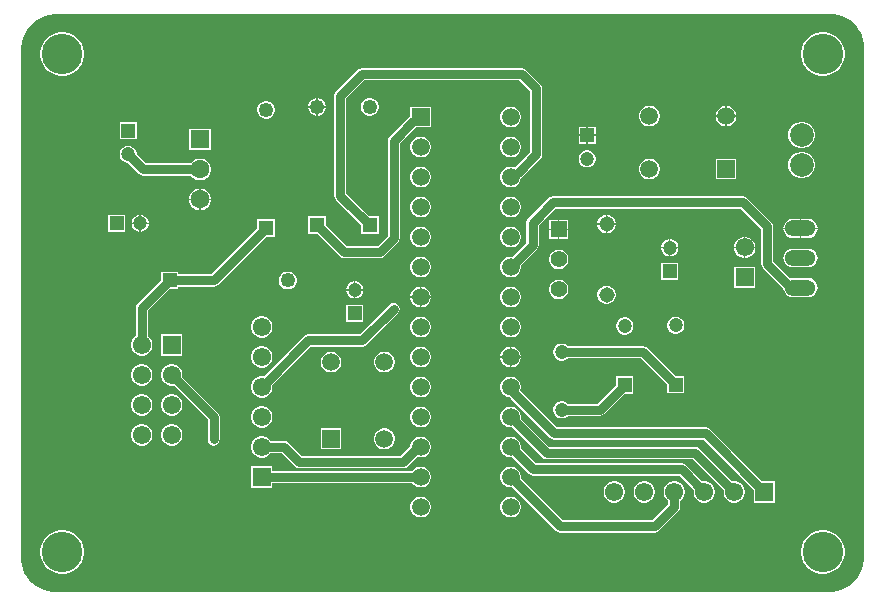
<source format=gtl>
G04*
G04 #@! TF.GenerationSoftware,Altium Limited,Altium Designer,23.1.1 (15)*
G04*
G04 Layer_Physical_Order=1*
G04 Layer_Color=255*
%FSLAX25Y25*%
%MOIN*%
G70*
G04*
G04 #@! TF.SameCoordinates,7FBAD907-ECE7-4216-98B3-75AA29109797*
G04*
G04*
G04 #@! TF.FilePolarity,Positive*
G04*
G01*
G75*
%ADD21C,0.04724*%
%ADD22R,0.04724X0.04724*%
%ADD23C,0.07874*%
%ADD31C,0.04921*%
%ADD32R,0.04921X0.04921*%
%ADD35R,0.04724X0.04724*%
%ADD36R,0.04921X0.04921*%
%ADD41C,0.03000*%
%ADD42R,0.05906X0.05906*%
%ADD43C,0.05906*%
%ADD44O,0.10400X0.05200*%
%ADD45R,0.06102X0.06102*%
%ADD46C,0.06102*%
%ADD47C,0.13500*%
%ADD48R,0.05512X0.05512*%
%ADD49C,0.05512*%
%ADD50C,0.06299*%
%ADD51R,0.06299X0.06299*%
%ADD52R,0.06102X0.06102*%
%ADD53R,0.05906X0.05906*%
%ADD54C,0.05150*%
%ADD55C,0.02362*%
G36*
X271701Y193697D02*
X273091Y193514D01*
X274446Y193151D01*
X275741Y192615D01*
X276956Y191913D01*
X278068Y191060D01*
X279060Y190068D01*
X279913Y188956D01*
X280615Y187741D01*
X281151Y186446D01*
X281514Y185091D01*
X281697Y183701D01*
X281697Y183000D01*
Y183000D01*
D01*
X281697Y12500D01*
X281697Y11766D01*
X281506Y10311D01*
X281126Y8893D01*
X280564Y7537D01*
X279830Y6266D01*
X278937Y5101D01*
X277899Y4063D01*
X276734Y3170D01*
X275463Y2436D01*
X274107Y1874D01*
X272689Y1494D01*
X271234Y1303D01*
X270500Y1303D01*
D01*
X270500D01*
X12000D01*
D01*
X12000D01*
X11266Y1303D01*
X9811Y1494D01*
X8393Y1874D01*
X7037Y2436D01*
X5766Y3170D01*
X4601Y4063D01*
X3563Y5101D01*
X2670Y6266D01*
X1936Y7537D01*
X1374Y8893D01*
X994Y10311D01*
X803Y11766D01*
X803Y12500D01*
Y12500D01*
D01*
Y182000D01*
Y182767D01*
X1003Y184287D01*
X1400Y185768D01*
X1987Y187185D01*
X2753Y188513D01*
X3687Y189729D01*
X4771Y190813D01*
X5987Y191747D01*
X7315Y192513D01*
X8732Y193100D01*
X10213Y193497D01*
X11733Y193697D01*
X271000D01*
X271701Y193697D01*
D02*
G37*
%LPC*%
G36*
X268717Y187784D02*
X267283D01*
X265875Y187504D01*
X264550Y186955D01*
X263357Y186158D01*
X262342Y185143D01*
X261545Y183950D01*
X260996Y182625D01*
X260716Y181217D01*
Y179783D01*
X260996Y178375D01*
X261545Y177050D01*
X262342Y175857D01*
X263357Y174842D01*
X264550Y174045D01*
X265875Y173496D01*
X267283Y173216D01*
X268717D01*
X270125Y173496D01*
X271450Y174045D01*
X272643Y174842D01*
X273658Y175857D01*
X274455Y177050D01*
X275004Y178375D01*
X275284Y179783D01*
Y181217D01*
X275004Y182625D01*
X274455Y183950D01*
X273658Y185143D01*
X272643Y186158D01*
X271450Y186955D01*
X270125Y187504D01*
X268717Y187784D01*
D02*
G37*
G36*
X15217D02*
X13783D01*
X12375Y187504D01*
X11050Y186955D01*
X9857Y186158D01*
X8842Y185143D01*
X8045Y183950D01*
X7496Y182625D01*
X7216Y181217D01*
Y179783D01*
X7496Y178375D01*
X8045Y177050D01*
X8842Y175857D01*
X9857Y174842D01*
X11050Y174045D01*
X12375Y173496D01*
X13783Y173216D01*
X15217D01*
X16625Y173496D01*
X17950Y174045D01*
X19143Y174842D01*
X20158Y175857D01*
X20955Y177050D01*
X21504Y178375D01*
X21784Y179783D01*
Y181217D01*
X21504Y182625D01*
X20955Y183950D01*
X20158Y185143D01*
X19143Y186158D01*
X17950Y186955D01*
X16625Y187504D01*
X15217Y187784D01*
D02*
G37*
G36*
X99890Y165831D02*
X99750D01*
Y163120D01*
X102461D01*
Y163260D01*
X102259Y164013D01*
X101869Y164688D01*
X101318Y165239D01*
X100643Y165629D01*
X99890Y165831D01*
D02*
G37*
G36*
X99250D02*
X99110D01*
X98357Y165629D01*
X97682Y165239D01*
X97131Y164688D01*
X96741Y164013D01*
X96539Y163260D01*
Y163120D01*
X99250D01*
Y165831D01*
D02*
G37*
G36*
X236250Y163311D02*
X236045D01*
Y160108D01*
X239248D01*
Y160313D01*
X239013Y161191D01*
X238558Y161978D01*
X237915Y162621D01*
X237128Y163076D01*
X236250Y163311D01*
D02*
G37*
G36*
X235545D02*
X235341D01*
X234463Y163076D01*
X233675Y162621D01*
X233032Y161978D01*
X232578Y161191D01*
X232343Y160313D01*
Y160108D01*
X235545D01*
Y163311D01*
D02*
G37*
G36*
X117390Y165831D02*
X116610D01*
X115857Y165629D01*
X115182Y165239D01*
X114631Y164688D01*
X114241Y164013D01*
X114039Y163260D01*
Y162480D01*
X114241Y161727D01*
X114631Y161052D01*
X115182Y160501D01*
X115857Y160111D01*
X116610Y159909D01*
X117390D01*
X118143Y160111D01*
X118818Y160501D01*
X119369Y161052D01*
X119759Y161727D01*
X119961Y162480D01*
Y163260D01*
X119759Y164013D01*
X119369Y164688D01*
X118818Y165239D01*
X118143Y165629D01*
X117390Y165831D01*
D02*
G37*
G36*
X102461Y162620D02*
X99750D01*
Y159909D01*
X99890D01*
X100643Y160111D01*
X101318Y160501D01*
X101869Y161052D01*
X102259Y161727D01*
X102461Y162480D01*
Y162620D01*
D02*
G37*
G36*
X99250D02*
X96539D01*
Y162480D01*
X96741Y161727D01*
X97131Y161052D01*
X97682Y160501D01*
X98357Y160111D01*
X99110Y159909D01*
X99250D01*
Y162620D01*
D02*
G37*
G36*
X82890Y164831D02*
X82110D01*
X81357Y164629D01*
X80682Y164239D01*
X80131Y163688D01*
X79741Y163013D01*
X79539Y162260D01*
Y161480D01*
X79741Y160727D01*
X80131Y160052D01*
X80682Y159501D01*
X81357Y159111D01*
X82110Y158909D01*
X82890D01*
X83643Y159111D01*
X84318Y159501D01*
X84869Y160052D01*
X85259Y160727D01*
X85461Y161480D01*
Y162260D01*
X85259Y163013D01*
X84869Y163688D01*
X84318Y164239D01*
X83643Y164629D01*
X82890Y164831D01*
D02*
G37*
G36*
X239248Y159608D02*
X236045D01*
Y156405D01*
X236250D01*
X237128Y156641D01*
X237915Y157095D01*
X238558Y157738D01*
X239013Y158526D01*
X239248Y159404D01*
Y159608D01*
D02*
G37*
G36*
X235545D02*
X232343D01*
Y159404D01*
X232578Y158526D01*
X233032Y157738D01*
X233675Y157095D01*
X234463Y156641D01*
X235341Y156405D01*
X235545D01*
Y159608D01*
D02*
G37*
G36*
X210659Y163311D02*
X209750D01*
X208872Y163076D01*
X208085Y162621D01*
X207442Y161978D01*
X206987Y161191D01*
X206752Y160313D01*
Y159404D01*
X206987Y158526D01*
X207442Y157738D01*
X208085Y157095D01*
X208872Y156641D01*
X209750Y156405D01*
X210659D01*
X211537Y156641D01*
X212325Y157095D01*
X212968Y157738D01*
X213422Y158526D01*
X213657Y159404D01*
Y160313D01*
X213422Y161191D01*
X212968Y161978D01*
X212325Y162621D01*
X211537Y163076D01*
X210659Y163311D01*
D02*
G37*
G36*
X164455Y162953D02*
X163545D01*
X162667Y162717D01*
X161880Y162263D01*
X161237Y161620D01*
X160783Y160833D01*
X160547Y159955D01*
Y159045D01*
X160783Y158167D01*
X161237Y157380D01*
X161880Y156737D01*
X162667Y156282D01*
X163545Y156047D01*
X164455D01*
X165333Y156282D01*
X166120Y156737D01*
X166763Y157380D01*
X167218Y158167D01*
X167453Y159045D01*
Y159955D01*
X167218Y160833D01*
X166763Y161620D01*
X166120Y162263D01*
X165333Y162717D01*
X164455Y162953D01*
D02*
G37*
G36*
X192362Y156299D02*
X189750D01*
Y153687D01*
X192362D01*
Y156299D01*
D02*
G37*
G36*
X189250D02*
X186638D01*
Y153687D01*
X189250D01*
Y156299D01*
D02*
G37*
G36*
X39362Y157736D02*
X33638D01*
Y152012D01*
X39362D01*
Y157736D01*
D02*
G37*
G36*
X192362Y153187D02*
X189750D01*
Y150575D01*
X192362D01*
Y153187D01*
D02*
G37*
G36*
X189250D02*
X186638D01*
Y150575D01*
X189250D01*
Y153187D01*
D02*
G37*
G36*
X261584Y157937D02*
X260416D01*
X259287Y157635D01*
X258276Y157051D01*
X257450Y156224D01*
X256865Y155213D01*
X256563Y154084D01*
Y152916D01*
X256865Y151787D01*
X257450Y150776D01*
X258276Y149950D01*
X259287Y149365D01*
X260416Y149063D01*
X261584D01*
X262713Y149365D01*
X263724Y149950D01*
X264550Y150776D01*
X265135Y151787D01*
X265437Y152916D01*
Y154084D01*
X265135Y155213D01*
X264550Y156224D01*
X263724Y157051D01*
X262713Y157635D01*
X261584Y157937D01*
D02*
G37*
G36*
X64150Y155650D02*
X56850D01*
Y148350D01*
X64150D01*
Y155650D01*
D02*
G37*
G36*
X164455Y152953D02*
X163545D01*
X162667Y152717D01*
X161880Y152263D01*
X161237Y151620D01*
X160783Y150833D01*
X160547Y149955D01*
Y149045D01*
X160783Y148167D01*
X161237Y147380D01*
X161880Y146737D01*
X162667Y146282D01*
X163545Y146047D01*
X164455D01*
X165333Y146282D01*
X166120Y146737D01*
X166763Y147380D01*
X167218Y148167D01*
X167453Y149045D01*
Y149955D01*
X167218Y150833D01*
X166763Y151620D01*
X166120Y152263D01*
X165333Y152717D01*
X164455Y152953D01*
D02*
G37*
G36*
X134455D02*
X133545D01*
X132667Y152717D01*
X131880Y152263D01*
X131237Y151620D01*
X130782Y150833D01*
X130547Y149955D01*
Y149045D01*
X130782Y148167D01*
X131237Y147380D01*
X131880Y146737D01*
X132667Y146282D01*
X133545Y146047D01*
X134455D01*
X135333Y146282D01*
X136120Y146737D01*
X136763Y147380D01*
X137217Y148167D01*
X137453Y149045D01*
Y149955D01*
X137217Y150833D01*
X136763Y151620D01*
X136120Y152263D01*
X135333Y152717D01*
X134455Y152953D01*
D02*
G37*
G36*
X167743Y175796D02*
X114350D01*
X113570Y175641D01*
X112908Y175199D01*
X105768Y168059D01*
X105326Y167397D01*
X105171Y166617D01*
Y133290D01*
X105326Y132510D01*
X105768Y131848D01*
X114039Y123577D01*
Y120539D01*
X119961D01*
Y126461D01*
X116923D01*
X109249Y134134D01*
Y165772D01*
X115195Y171718D01*
X166898D01*
X170461Y168155D01*
Y147845D01*
X165441Y142825D01*
X165295Y142727D01*
X164455Y142953D01*
X163545D01*
X162667Y142718D01*
X161880Y142263D01*
X161237Y141620D01*
X160783Y140833D01*
X160547Y139955D01*
Y139045D01*
X160783Y138167D01*
X161237Y137380D01*
X161880Y136737D01*
X162667Y136283D01*
X163545Y136047D01*
X164455D01*
X165333Y136283D01*
X166120Y136737D01*
X166763Y137380D01*
X167218Y138167D01*
X167453Y139045D01*
Y139216D01*
X167895Y139511D01*
X173942Y145558D01*
X174384Y146220D01*
X174539Y147000D01*
Y169000D01*
X174384Y169780D01*
X173942Y170442D01*
X169185Y175199D01*
X168523Y175641D01*
X167743Y175796D01*
D02*
G37*
G36*
X189877Y148425D02*
X189123D01*
X188395Y148230D01*
X187743Y147853D01*
X187210Y147320D01*
X186833Y146668D01*
X186638Y145940D01*
Y145186D01*
X186833Y144458D01*
X187210Y143806D01*
X187743Y143273D01*
X188395Y142896D01*
X189123Y142701D01*
X189877D01*
X190605Y142896D01*
X191257Y143273D01*
X191790Y143806D01*
X192167Y144458D01*
X192362Y145186D01*
Y145940D01*
X192167Y146668D01*
X191790Y147320D01*
X191257Y147853D01*
X190605Y148230D01*
X189877Y148425D01*
D02*
G37*
G36*
X261584Y147937D02*
X260416D01*
X259287Y147635D01*
X258276Y147050D01*
X257450Y146224D01*
X256865Y145213D01*
X256563Y144084D01*
Y142916D01*
X256865Y141787D01*
X257450Y140776D01*
X258276Y139950D01*
X259287Y139365D01*
X260416Y139063D01*
X261584D01*
X262713Y139365D01*
X263724Y139950D01*
X264550Y140776D01*
X265135Y141787D01*
X265437Y142916D01*
Y144084D01*
X265135Y145213D01*
X264550Y146224D01*
X263724Y147050D01*
X262713Y147635D01*
X261584Y147937D01*
D02*
G37*
G36*
X239248Y145595D02*
X232343D01*
Y138689D01*
X239248D01*
Y145595D01*
D02*
G37*
G36*
X210659D02*
X209750D01*
X208872Y145359D01*
X208085Y144905D01*
X207442Y144262D01*
X206987Y143474D01*
X206752Y142596D01*
Y141687D01*
X206987Y140809D01*
X207442Y140022D01*
X208085Y139379D01*
X208872Y138924D01*
X209750Y138689D01*
X210659D01*
X211537Y138924D01*
X212325Y139379D01*
X212968Y140022D01*
X213422Y140809D01*
X213657Y141687D01*
Y142596D01*
X213422Y143474D01*
X212968Y144262D01*
X212325Y144905D01*
X211537Y145359D01*
X210659Y145595D01*
D02*
G37*
G36*
X36877Y149862D02*
X36123D01*
X35395Y149667D01*
X34743Y149290D01*
X34210Y148757D01*
X33833Y148105D01*
X33638Y147377D01*
Y146623D01*
X33833Y145895D01*
X34210Y145243D01*
X34743Y144710D01*
X35395Y144333D01*
X36123Y144138D01*
X36478D01*
X40058Y140558D01*
X40720Y140116D01*
X41500Y139961D01*
X57463D01*
X57580Y139759D01*
X58259Y139080D01*
X59091Y138599D01*
X60019Y138350D01*
X60980D01*
X61909Y138599D01*
X62741Y139080D01*
X63420Y139759D01*
X63901Y140591D01*
X64150Y141519D01*
Y142481D01*
X63901Y143409D01*
X63420Y144241D01*
X62741Y144920D01*
X61909Y145401D01*
X60980Y145650D01*
X60019D01*
X59091Y145401D01*
X58259Y144920D01*
X57580Y144241D01*
X57463Y144039D01*
X42345D01*
X39362Y147022D01*
Y147377D01*
X39167Y148105D01*
X38790Y148757D01*
X38257Y149290D01*
X37605Y149667D01*
X36877Y149862D01*
D02*
G37*
G36*
X134455Y142953D02*
X133545D01*
X132667Y142718D01*
X131880Y142263D01*
X131237Y141620D01*
X130782Y140833D01*
X130547Y139955D01*
Y139045D01*
X130782Y138167D01*
X131237Y137380D01*
X131880Y136737D01*
X132667Y136283D01*
X133545Y136047D01*
X134455D01*
X135333Y136283D01*
X136120Y136737D01*
X136763Y137380D01*
X137217Y138167D01*
X137453Y139045D01*
Y139955D01*
X137217Y140833D01*
X136763Y141620D01*
X136120Y142263D01*
X135333Y142718D01*
X134455Y142953D01*
D02*
G37*
G36*
X60980Y135650D02*
X60750D01*
Y132250D01*
X64150D01*
Y132481D01*
X63901Y133409D01*
X63420Y134241D01*
X62741Y134920D01*
X61909Y135401D01*
X60980Y135650D01*
D02*
G37*
G36*
X60250D02*
X60019D01*
X59091Y135401D01*
X58259Y134920D01*
X57580Y134241D01*
X57099Y133409D01*
X56850Y132481D01*
Y132250D01*
X60250D01*
Y135650D01*
D02*
G37*
G36*
X64150Y131750D02*
X60750D01*
Y128350D01*
X60980D01*
X61909Y128599D01*
X62741Y129080D01*
X63420Y129759D01*
X63901Y130591D01*
X64150Y131519D01*
Y131750D01*
D02*
G37*
G36*
X60250D02*
X56850D01*
Y131519D01*
X57099Y130591D01*
X57580Y129759D01*
X58259Y129080D01*
X59091Y128599D01*
X60019Y128350D01*
X60250D01*
Y131750D01*
D02*
G37*
G36*
X164455Y132953D02*
X163545D01*
X162667Y132718D01*
X161880Y132263D01*
X161237Y131620D01*
X160783Y130833D01*
X160547Y129955D01*
Y129045D01*
X160783Y128167D01*
X161237Y127380D01*
X161880Y126737D01*
X162667Y126283D01*
X163545Y126047D01*
X164455D01*
X165333Y126283D01*
X166120Y126737D01*
X166763Y127380D01*
X167218Y128167D01*
X167453Y129045D01*
Y129955D01*
X167218Y130833D01*
X166763Y131620D01*
X166120Y132263D01*
X165333Y132718D01*
X164455Y132953D01*
D02*
G37*
G36*
X134455D02*
X133545D01*
X132667Y132718D01*
X131880Y132263D01*
X131237Y131620D01*
X130782Y130833D01*
X130547Y129955D01*
Y129045D01*
X130782Y128167D01*
X131237Y127380D01*
X131880Y126737D01*
X132667Y126283D01*
X133545Y126047D01*
X134455D01*
X135333Y126283D01*
X136120Y126737D01*
X136763Y127380D01*
X137217Y128167D01*
X137453Y129045D01*
Y129955D01*
X137217Y130833D01*
X136763Y131620D01*
X136120Y132263D01*
X135333Y132718D01*
X134455Y132953D01*
D02*
G37*
G36*
X40877Y126862D02*
X40750D01*
Y124250D01*
X43362D01*
Y124377D01*
X43167Y125105D01*
X42790Y125757D01*
X42257Y126290D01*
X41605Y126667D01*
X40877Y126862D01*
D02*
G37*
G36*
X40250D02*
X40123D01*
X39395Y126667D01*
X38743Y126290D01*
X38210Y125757D01*
X37833Y125105D01*
X37638Y124377D01*
Y124250D01*
X40250D01*
Y126862D01*
D02*
G37*
G36*
X196405Y126886D02*
X196250D01*
Y124061D01*
X199075D01*
Y124216D01*
X198865Y124998D01*
X198460Y125699D01*
X197888Y126271D01*
X197187Y126676D01*
X196405Y126886D01*
D02*
G37*
G36*
X195750D02*
X195595D01*
X194813Y126676D01*
X194112Y126271D01*
X193540Y125699D01*
X193135Y124998D01*
X192925Y124216D01*
Y124061D01*
X195750D01*
Y126886D01*
D02*
G37*
G36*
X263205Y125465D02*
X260855D01*
Y122588D01*
X266299D01*
X266225Y123147D01*
X265913Y123901D01*
X265416Y124549D01*
X264768Y125046D01*
X264014Y125358D01*
X263205Y125465D01*
D02*
G37*
G36*
X260355D02*
X258005D01*
X257195Y125358D01*
X256441Y125046D01*
X255794Y124549D01*
X255297Y123901D01*
X254984Y123147D01*
X254911Y122588D01*
X260355D01*
Y125465D01*
D02*
G37*
G36*
X183256Y125256D02*
X180250D01*
Y122250D01*
X183256D01*
Y125256D01*
D02*
G37*
G36*
X179750D02*
X176744D01*
Y122250D01*
X179750D01*
Y125256D01*
D02*
G37*
G36*
X43362Y123750D02*
X40750D01*
Y121138D01*
X40877D01*
X41605Y121333D01*
X42257Y121710D01*
X42790Y122243D01*
X43167Y122895D01*
X43362Y123623D01*
Y123750D01*
D02*
G37*
G36*
X40250D02*
X37638D01*
Y123623D01*
X37833Y122895D01*
X38210Y122243D01*
X38743Y121710D01*
X39395Y121333D01*
X40123Y121138D01*
X40250D01*
Y123750D01*
D02*
G37*
G36*
X35488Y126862D02*
X29764D01*
Y121138D01*
X35488D01*
Y126862D01*
D02*
G37*
G36*
X199075Y123561D02*
X196250D01*
Y120736D01*
X196405D01*
X197187Y120946D01*
X197888Y121351D01*
X198460Y121923D01*
X198865Y122624D01*
X199075Y123406D01*
Y123561D01*
D02*
G37*
G36*
X195750D02*
X192925D01*
Y123406D01*
X193135Y122624D01*
X193540Y121923D01*
X194112Y121351D01*
X194813Y120946D01*
X195595Y120736D01*
X195750D01*
Y123561D01*
D02*
G37*
G36*
X266299Y122088D02*
X260855D01*
Y119211D01*
X263205D01*
X264014Y119318D01*
X264768Y119630D01*
X265416Y120127D01*
X265913Y120774D01*
X266225Y121529D01*
X266299Y122088D01*
D02*
G37*
G36*
X260355D02*
X254911D01*
X254984Y121529D01*
X255297Y120774D01*
X255794Y120127D01*
X256441Y119630D01*
X257195Y119318D01*
X258005Y119211D01*
X260355D01*
Y122088D01*
D02*
G37*
G36*
X183256Y121750D02*
X180250D01*
Y118744D01*
X183256D01*
Y121750D01*
D02*
G37*
G36*
X179750D02*
X176744D01*
Y118744D01*
X179750D01*
Y121750D01*
D02*
G37*
G36*
X137453Y162953D02*
X130547D01*
Y159784D01*
X130105Y159489D01*
X130105Y159489D01*
X123558Y152942D01*
X123116Y152280D01*
X122961Y151500D01*
Y119845D01*
X119655Y116539D01*
X109345D01*
X102461Y123423D01*
Y126461D01*
X96539D01*
Y120539D01*
X99577D01*
X107058Y113058D01*
X107720Y112616D01*
X108500Y112461D01*
X120500D01*
X121280Y112616D01*
X121942Y113058D01*
X126442Y117558D01*
X126884Y118220D01*
X127039Y119000D01*
Y150655D01*
X132392Y156008D01*
X132547D01*
X132744Y156047D01*
X137453D01*
Y162953D01*
D02*
G37*
G36*
X242467Y119551D02*
X242250D01*
Y116250D01*
X245551D01*
Y116467D01*
X245309Y117371D01*
X244842Y118181D01*
X244180Y118842D01*
X243371Y119309D01*
X242467Y119551D01*
D02*
G37*
G36*
X241750D02*
X241532D01*
X240629Y119309D01*
X239820Y118842D01*
X239158Y118181D01*
X238691Y117371D01*
X238449Y116467D01*
Y116250D01*
X241750D01*
Y119551D01*
D02*
G37*
G36*
X217377Y118799D02*
X217250D01*
Y116187D01*
X219862D01*
Y116314D01*
X219667Y117042D01*
X219290Y117694D01*
X218757Y118227D01*
X218105Y118604D01*
X217377Y118799D01*
D02*
G37*
G36*
X216750D02*
X216623D01*
X215895Y118604D01*
X215243Y118227D01*
X214710Y117694D01*
X214333Y117042D01*
X214138Y116314D01*
Y116187D01*
X216750D01*
Y118799D01*
D02*
G37*
G36*
X164455Y122953D02*
X163545D01*
X162667Y122717D01*
X161880Y122263D01*
X161237Y121620D01*
X160783Y120833D01*
X160547Y119955D01*
Y119045D01*
X160783Y118167D01*
X161237Y117380D01*
X161880Y116737D01*
X162667Y116282D01*
X163545Y116047D01*
X164455D01*
X165333Y116282D01*
X166120Y116737D01*
X166763Y117380D01*
X167218Y118167D01*
X167453Y119045D01*
Y119955D01*
X167218Y120833D01*
X166763Y121620D01*
X166120Y122263D01*
X165333Y122717D01*
X164455Y122953D01*
D02*
G37*
G36*
X134455D02*
X133545D01*
X132667Y122717D01*
X131880Y122263D01*
X131237Y121620D01*
X130782Y120833D01*
X130547Y119955D01*
Y119045D01*
X130782Y118167D01*
X131237Y117380D01*
X131880Y116737D01*
X132667Y116282D01*
X133545Y116047D01*
X134455D01*
X135333Y116282D01*
X136120Y116737D01*
X136763Y117380D01*
X137217Y118167D01*
X137453Y119045D01*
Y119955D01*
X137217Y120833D01*
X136763Y121620D01*
X136120Y122263D01*
X135333Y122717D01*
X134455Y122953D01*
D02*
G37*
G36*
X219862Y115687D02*
X217250D01*
Y113075D01*
X217377D01*
X218105Y113270D01*
X218757Y113647D01*
X219290Y114180D01*
X219667Y114832D01*
X219862Y115560D01*
Y115687D01*
D02*
G37*
G36*
X216750D02*
X214138D01*
Y115560D01*
X214333Y114832D01*
X214710Y114180D01*
X215243Y113647D01*
X215895Y113270D01*
X216623Y113075D01*
X216750D01*
Y115687D01*
D02*
G37*
G36*
X245551Y115750D02*
X242250D01*
Y112449D01*
X242467D01*
X243371Y112691D01*
X244180Y113158D01*
X244842Y113820D01*
X245309Y114629D01*
X245551Y115533D01*
Y115750D01*
D02*
G37*
G36*
X241750D02*
X238449D01*
Y115533D01*
X238691Y114629D01*
X239158Y113820D01*
X239820Y113158D01*
X240629Y112691D01*
X241532Y112449D01*
X241750D01*
Y115750D01*
D02*
G37*
G36*
X263205Y115622D02*
X258005D01*
X257195Y115515D01*
X256441Y115203D01*
X255794Y114706D01*
X255297Y114059D01*
X254984Y113304D01*
X254878Y112495D01*
X254984Y111686D01*
X255297Y110932D01*
X255794Y110284D01*
X256441Y109787D01*
X257195Y109475D01*
X258005Y109369D01*
X263205D01*
X264014Y109475D01*
X264768Y109787D01*
X265416Y110284D01*
X265913Y110932D01*
X266225Y111686D01*
X266332Y112495D01*
X266225Y113304D01*
X265913Y114059D01*
X265416Y114706D01*
X264768Y115203D01*
X264014Y115515D01*
X263205Y115622D01*
D02*
G37*
G36*
X180429Y115256D02*
X179571D01*
X178743Y115034D01*
X178001Y114605D01*
X177395Y113999D01*
X176966Y113257D01*
X176744Y112429D01*
Y111571D01*
X176966Y110743D01*
X177395Y110001D01*
X178001Y109395D01*
X178743Y108966D01*
X179571Y108744D01*
X180429D01*
X181257Y108966D01*
X181999Y109395D01*
X182605Y110001D01*
X183034Y110743D01*
X183256Y111571D01*
Y112429D01*
X183034Y113257D01*
X182605Y113999D01*
X181999Y114605D01*
X181257Y115034D01*
X180429Y115256D01*
D02*
G37*
G36*
X85461Y125461D02*
X79539D01*
Y122423D01*
X64155Y107039D01*
X53276D01*
Y107961D01*
X47354D01*
Y104923D01*
X39558Y97127D01*
X39116Y96465D01*
X38961Y95685D01*
Y86423D01*
X38820Y86342D01*
X38158Y85681D01*
X37691Y84871D01*
X37449Y83968D01*
Y83033D01*
X37691Y82129D01*
X38158Y81319D01*
X38820Y80658D01*
X39629Y80191D01*
X40532Y79949D01*
X41467D01*
X42371Y80191D01*
X43181Y80658D01*
X43842Y81319D01*
X44309Y82129D01*
X44551Y83033D01*
Y83968D01*
X44309Y84871D01*
X43842Y85681D01*
X43181Y86342D01*
X43039Y86423D01*
Y94840D01*
X50238Y102039D01*
X53276D01*
Y102961D01*
X65000D01*
X65780Y103116D01*
X66442Y103558D01*
X82423Y119539D01*
X85461D01*
Y125461D01*
D02*
G37*
G36*
X134455Y112953D02*
X133545D01*
X132667Y112717D01*
X131880Y112263D01*
X131237Y111620D01*
X130782Y110833D01*
X130547Y109955D01*
Y109045D01*
X130782Y108167D01*
X131237Y107380D01*
X131880Y106737D01*
X132667Y106282D01*
X133545Y106047D01*
X134455D01*
X135333Y106282D01*
X136120Y106737D01*
X136763Y107380D01*
X137217Y108167D01*
X137453Y109045D01*
Y109955D01*
X137217Y110833D01*
X136763Y111620D01*
X136120Y112263D01*
X135333Y112717D01*
X134455Y112953D01*
D02*
G37*
G36*
X219862Y110925D02*
X214138D01*
Y105201D01*
X219862D01*
Y110925D01*
D02*
G37*
G36*
X245551Y109551D02*
X238449D01*
Y102449D01*
X245551D01*
Y109551D01*
D02*
G37*
G36*
X112377Y104736D02*
X112250D01*
Y102124D01*
X114862D01*
Y102251D01*
X114667Y102979D01*
X114290Y103631D01*
X113757Y104164D01*
X113105Y104541D01*
X112377Y104736D01*
D02*
G37*
G36*
X111750D02*
X111623D01*
X110895Y104541D01*
X110243Y104164D01*
X109710Y103631D01*
X109333Y102979D01*
X109138Y102251D01*
Y102124D01*
X111750D01*
Y104736D01*
D02*
G37*
G36*
X90075Y107961D02*
X89295D01*
X88542Y107759D01*
X87867Y107369D01*
X87316Y106818D01*
X86926Y106143D01*
X86724Y105390D01*
Y104610D01*
X86926Y103857D01*
X87316Y103182D01*
X87867Y102631D01*
X88542Y102241D01*
X89295Y102039D01*
X90075D01*
X90828Y102241D01*
X91503Y102631D01*
X92054Y103182D01*
X92444Y103857D01*
X92646Y104610D01*
Y105390D01*
X92444Y106143D01*
X92054Y106818D01*
X91503Y107369D01*
X90828Y107759D01*
X90075Y107961D01*
D02*
G37*
G36*
X134455Y102953D02*
X134250D01*
Y99750D01*
X137453D01*
Y99955D01*
X137217Y100833D01*
X136763Y101620D01*
X136120Y102263D01*
X135333Y102717D01*
X134455Y102953D01*
D02*
G37*
G36*
X133750D02*
X133545D01*
X132667Y102717D01*
X131880Y102263D01*
X131237Y101620D01*
X130782Y100833D01*
X130547Y99955D01*
Y99750D01*
X133750D01*
Y102953D01*
D02*
G37*
G36*
X241500Y133039D02*
X178000D01*
X177220Y132884D01*
X176558Y132442D01*
X169859Y125743D01*
X169417Y125081D01*
X169262Y124301D01*
Y117645D01*
X164545Y112929D01*
X164455Y112953D01*
X163545D01*
X162667Y112717D01*
X161880Y112263D01*
X161237Y111620D01*
X160783Y110833D01*
X160547Y109955D01*
Y109045D01*
X160783Y108167D01*
X161237Y107380D01*
X161880Y106737D01*
X162667Y106282D01*
X163545Y106047D01*
X164455D01*
X165333Y106282D01*
X166120Y106737D01*
X166763Y107380D01*
X167218Y108167D01*
X167453Y109045D01*
Y109955D01*
X167429Y110045D01*
X172743Y115359D01*
X173185Y116020D01*
X173340Y116801D01*
Y123456D01*
X178845Y128961D01*
X240655D01*
X247461Y122155D01*
Y110500D01*
X247616Y109720D01*
X248058Y109058D01*
X254805Y102311D01*
X254934Y102225D01*
X254984Y101843D01*
X255297Y101089D01*
X255794Y100442D01*
X256441Y99945D01*
X257195Y99633D01*
X258005Y99526D01*
X263205D01*
X264014Y99633D01*
X264768Y99945D01*
X265416Y100442D01*
X265913Y101089D01*
X266225Y101843D01*
X266332Y102653D01*
X266225Y103462D01*
X265913Y104216D01*
X265416Y104864D01*
X264768Y105360D01*
X264014Y105673D01*
X263205Y105779D01*
X258005D01*
X257209Y105675D01*
X251539Y111345D01*
Y123000D01*
X251384Y123780D01*
X250942Y124442D01*
X242942Y132442D01*
X242280Y132884D01*
X241500Y133039D01*
D02*
G37*
G36*
X114862Y101624D02*
X112250D01*
Y99012D01*
X112377D01*
X113105Y99207D01*
X113757Y99584D01*
X114290Y100117D01*
X114667Y100769D01*
X114862Y101497D01*
Y101624D01*
D02*
G37*
G36*
X111750D02*
X109138D01*
Y101497D01*
X109333Y100769D01*
X109710Y100117D01*
X110243Y99584D01*
X110895Y99207D01*
X111623Y99012D01*
X111750D01*
Y101624D01*
D02*
G37*
G36*
X180429Y105256D02*
X179571D01*
X178743Y105034D01*
X178001Y104605D01*
X177395Y103999D01*
X176966Y103257D01*
X176744Y102429D01*
Y101571D01*
X176966Y100743D01*
X177395Y100001D01*
X178001Y99395D01*
X178743Y98966D01*
X179571Y98744D01*
X180429D01*
X181257Y98966D01*
X181999Y99395D01*
X182605Y100001D01*
X183034Y100743D01*
X183256Y101571D01*
Y102429D01*
X183034Y103257D01*
X182605Y103999D01*
X181999Y104605D01*
X181257Y105034D01*
X180429Y105256D01*
D02*
G37*
G36*
X196405Y103264D02*
X195595D01*
X194813Y103054D01*
X194112Y102649D01*
X193540Y102077D01*
X193135Y101376D01*
X192925Y100594D01*
Y99784D01*
X193135Y99002D01*
X193540Y98301D01*
X194112Y97729D01*
X194813Y97324D01*
X195595Y97114D01*
X196405D01*
X197187Y97324D01*
X197888Y97729D01*
X198460Y98301D01*
X198865Y99002D01*
X199075Y99784D01*
Y100594D01*
X198865Y101376D01*
X198460Y102077D01*
X197888Y102649D01*
X197187Y103054D01*
X196405Y103264D01*
D02*
G37*
G36*
X164455Y102953D02*
X163545D01*
X162667Y102717D01*
X161880Y102263D01*
X161237Y101620D01*
X160783Y100833D01*
X160547Y99955D01*
Y99045D01*
X160783Y98167D01*
X161237Y97380D01*
X161880Y96737D01*
X162667Y96283D01*
X163545Y96047D01*
X164455D01*
X165333Y96283D01*
X166120Y96737D01*
X166763Y97380D01*
X167218Y98167D01*
X167453Y99045D01*
Y99955D01*
X167218Y100833D01*
X166763Y101620D01*
X166120Y102263D01*
X165333Y102717D01*
X164455Y102953D01*
D02*
G37*
G36*
X137453Y99250D02*
X134250D01*
Y96047D01*
X134455D01*
X135333Y96283D01*
X136120Y96737D01*
X136763Y97380D01*
X137217Y98167D01*
X137453Y99045D01*
Y99250D01*
D02*
G37*
G36*
X133750D02*
X130547D01*
Y99045D01*
X130782Y98167D01*
X131237Y97380D01*
X131880Y96737D01*
X132667Y96283D01*
X133545Y96047D01*
X133750D01*
Y99250D01*
D02*
G37*
G36*
X114862Y96862D02*
X109138D01*
Y91138D01*
X114862D01*
Y96862D01*
D02*
G37*
G36*
X219377Y92862D02*
X218623D01*
X217895Y92667D01*
X217243Y92290D01*
X216710Y91757D01*
X216333Y91105D01*
X216138Y90377D01*
Y89623D01*
X216333Y88895D01*
X216710Y88243D01*
X217243Y87710D01*
X217895Y87333D01*
X218623Y87138D01*
X219377D01*
X220105Y87333D01*
X220757Y87710D01*
X221290Y88243D01*
X221667Y88895D01*
X221862Y89623D01*
Y90377D01*
X221667Y91105D01*
X221290Y91757D01*
X220757Y92290D01*
X220105Y92667D01*
X219377Y92862D01*
D02*
G37*
G36*
X202377Y92705D02*
X201623D01*
X200895Y92510D01*
X200243Y92133D01*
X199710Y91600D01*
X199333Y90947D01*
X199138Y90219D01*
Y89466D01*
X199333Y88738D01*
X199710Y88085D01*
X200243Y87552D01*
X200895Y87175D01*
X201623Y86980D01*
X202377D01*
X203105Y87175D01*
X203757Y87552D01*
X204290Y88085D01*
X204667Y88738D01*
X204862Y89466D01*
Y90219D01*
X204667Y90947D01*
X204290Y91600D01*
X203757Y92133D01*
X203105Y92510D01*
X202377Y92705D01*
D02*
G37*
G36*
X164455Y92953D02*
X163545D01*
X162667Y92717D01*
X161880Y92263D01*
X161237Y91620D01*
X160783Y90833D01*
X160547Y89955D01*
Y89045D01*
X160783Y88167D01*
X161237Y87380D01*
X161880Y86737D01*
X162667Y86283D01*
X163545Y86047D01*
X164455D01*
X165333Y86283D01*
X166120Y86737D01*
X166763Y87380D01*
X167218Y88167D01*
X167453Y89045D01*
Y89955D01*
X167218Y90833D01*
X166763Y91620D01*
X166120Y92263D01*
X165333Y92717D01*
X164455Y92953D01*
D02*
G37*
G36*
X134455D02*
X133545D01*
X132667Y92717D01*
X131880Y92263D01*
X131237Y91620D01*
X130782Y90833D01*
X130547Y89955D01*
Y89045D01*
X130782Y88167D01*
X131237Y87380D01*
X131880Y86737D01*
X132667Y86283D01*
X133545Y86047D01*
X134455D01*
X135333Y86283D01*
X136120Y86737D01*
X136763Y87380D01*
X137217Y88167D01*
X137453Y89045D01*
Y89955D01*
X137217Y90833D01*
X136763Y91620D01*
X136120Y92263D01*
X135333Y92717D01*
X134455Y92953D01*
D02*
G37*
G36*
X81467Y93051D02*
X80532D01*
X79629Y92809D01*
X78820Y92342D01*
X78158Y91681D01*
X77691Y90871D01*
X77449Y89968D01*
Y89033D01*
X77691Y88129D01*
X78158Y87319D01*
X78820Y86658D01*
X79629Y86191D01*
X80532Y85949D01*
X81467D01*
X82371Y86191D01*
X83180Y86658D01*
X83842Y87319D01*
X84309Y88129D01*
X84551Y89033D01*
Y89968D01*
X84309Y90871D01*
X83842Y91681D01*
X83180Y92342D01*
X82371Y92809D01*
X81467Y93051D01*
D02*
G37*
G36*
X54551Y87051D02*
X47449D01*
Y79949D01*
X54551D01*
Y87051D01*
D02*
G37*
G36*
X164455Y82953D02*
X164250D01*
Y79750D01*
X167453D01*
Y79955D01*
X167218Y80833D01*
X166763Y81620D01*
X166120Y82263D01*
X165333Y82717D01*
X164455Y82953D01*
D02*
G37*
G36*
X163750D02*
X163545D01*
X162667Y82717D01*
X161880Y82263D01*
X161237Y81620D01*
X160783Y80833D01*
X160547Y79955D01*
Y79750D01*
X163750D01*
Y82953D01*
D02*
G37*
G36*
X167453Y79250D02*
X164250D01*
Y76047D01*
X164455D01*
X165333Y76283D01*
X166120Y76737D01*
X166763Y77380D01*
X167218Y78167D01*
X167453Y79045D01*
Y79250D01*
D02*
G37*
G36*
X163750D02*
X160547D01*
Y79045D01*
X160783Y78167D01*
X161237Y77380D01*
X161880Y76737D01*
X162667Y76283D01*
X163545Y76047D01*
X163750D01*
Y79250D01*
D02*
G37*
G36*
X134455Y82953D02*
X133545D01*
X132667Y82717D01*
X131880Y82263D01*
X131237Y81620D01*
X130782Y80833D01*
X130547Y79955D01*
Y79045D01*
X130782Y78167D01*
X131237Y77380D01*
X131880Y76737D01*
X132667Y76283D01*
X133545Y76047D01*
X134455D01*
X135333Y76283D01*
X136120Y76737D01*
X136763Y77380D01*
X137217Y78167D01*
X137453Y79045D01*
Y79955D01*
X137217Y80833D01*
X136763Y81620D01*
X136120Y82263D01*
X135333Y82717D01*
X134455Y82953D01*
D02*
G37*
G36*
X81467Y83051D02*
X80532D01*
X79629Y82809D01*
X78820Y82342D01*
X78158Y81681D01*
X77691Y80871D01*
X77449Y79967D01*
Y79032D01*
X77691Y78129D01*
X78158Y77320D01*
X78820Y76658D01*
X79629Y76191D01*
X80532Y75949D01*
X81467D01*
X82371Y76191D01*
X83180Y76658D01*
X83842Y77320D01*
X84309Y78129D01*
X84551Y79032D01*
Y79967D01*
X84309Y80871D01*
X83842Y81681D01*
X83180Y82342D01*
X82371Y82809D01*
X81467Y83051D01*
D02*
G37*
G36*
X122313Y81248D02*
X121404D01*
X120526Y81013D01*
X119738Y80558D01*
X119095Y79915D01*
X118641Y79128D01*
X118405Y78250D01*
Y77341D01*
X118641Y76463D01*
X119095Y75675D01*
X119738Y75032D01*
X120526Y74578D01*
X121404Y74342D01*
X122313D01*
X123191Y74578D01*
X123978Y75032D01*
X124621Y75675D01*
X125076Y76463D01*
X125311Y77341D01*
Y78250D01*
X125076Y79128D01*
X124621Y79915D01*
X123978Y80558D01*
X123191Y81013D01*
X122313Y81248D01*
D02*
G37*
G36*
X104596D02*
X103687D01*
X102809Y81013D01*
X102022Y80558D01*
X101379Y79915D01*
X100924Y79128D01*
X100689Y78250D01*
Y77341D01*
X100924Y76463D01*
X101379Y75675D01*
X102022Y75032D01*
X102809Y74578D01*
X103687Y74342D01*
X104596D01*
X105474Y74578D01*
X106262Y75032D01*
X106905Y75675D01*
X107359Y76463D01*
X107595Y77341D01*
Y78250D01*
X107359Y79128D01*
X106905Y79915D01*
X106262Y80558D01*
X105474Y81013D01*
X104596Y81248D01*
D02*
G37*
G36*
X125000Y97539D02*
X124220Y97384D01*
X123558Y96942D01*
X113655Y87039D01*
X96500D01*
X95720Y86884D01*
X95058Y86442D01*
X81625Y73009D01*
X81467Y73051D01*
X80532D01*
X79629Y72809D01*
X78820Y72342D01*
X78158Y71680D01*
X77691Y70871D01*
X77449Y69968D01*
Y69033D01*
X77691Y68129D01*
X78158Y67320D01*
X78820Y66658D01*
X79629Y66191D01*
X80532Y65949D01*
X81467D01*
X82371Y66191D01*
X83180Y66658D01*
X83842Y67320D01*
X84309Y68129D01*
X84551Y69033D01*
Y69968D01*
X84509Y70125D01*
X97345Y82961D01*
X114500D01*
X115280Y83116D01*
X115942Y83558D01*
X126442Y94058D01*
X126884Y94720D01*
X127039Y95500D01*
X126884Y96280D01*
X126442Y96942D01*
X125780Y97384D01*
X125000Y97539D01*
D02*
G37*
G36*
X41467Y77051D02*
X40532D01*
X39629Y76809D01*
X38820Y76342D01*
X38158Y75681D01*
X37691Y74871D01*
X37449Y73967D01*
Y73032D01*
X37691Y72129D01*
X38158Y71320D01*
X38820Y70658D01*
X39629Y70191D01*
X40532Y69949D01*
X41467D01*
X42371Y70191D01*
X43181Y70658D01*
X43842Y71320D01*
X44309Y72129D01*
X44551Y73032D01*
Y73967D01*
X44309Y74871D01*
X43842Y75681D01*
X43181Y76342D01*
X42371Y76809D01*
X41467Y77051D01*
D02*
G37*
G36*
X181377Y83969D02*
X180623D01*
X179895Y83774D01*
X179243Y83397D01*
X178710Y82864D01*
X178333Y82211D01*
X178138Y81483D01*
Y80730D01*
X178333Y80002D01*
X178710Y79349D01*
X179243Y78816D01*
X179895Y78439D01*
X180623Y78244D01*
X181377D01*
X182105Y78439D01*
X182757Y78816D01*
X183009Y79067D01*
X207364D01*
X216138Y70293D01*
Y67453D01*
X221862D01*
Y73177D01*
X219022D01*
X209650Y82548D01*
X208989Y82990D01*
X208208Y83146D01*
X183009D01*
X182757Y83397D01*
X182105Y83774D01*
X181377Y83969D01*
D02*
G37*
G36*
X134455Y72953D02*
X133545D01*
X132667Y72717D01*
X131880Y72263D01*
X131237Y71620D01*
X130782Y70833D01*
X130547Y69955D01*
Y69045D01*
X130782Y68167D01*
X131237Y67380D01*
X131880Y66737D01*
X132667Y66283D01*
X133545Y66047D01*
X134455D01*
X135333Y66283D01*
X136120Y66737D01*
X136763Y67380D01*
X137217Y68167D01*
X137453Y69045D01*
Y69955D01*
X137217Y70833D01*
X136763Y71620D01*
X136120Y72263D01*
X135333Y72717D01*
X134455Y72953D01*
D02*
G37*
G36*
X204862Y73020D02*
X199138D01*
Y70179D01*
X192892Y63933D01*
X183009D01*
X182757Y64184D01*
X182105Y64561D01*
X181377Y64756D01*
X180623D01*
X179895Y64561D01*
X179243Y64184D01*
X178710Y63651D01*
X178333Y62999D01*
X178138Y62271D01*
Y61517D01*
X178333Y60789D01*
X178710Y60136D01*
X179243Y59604D01*
X179895Y59227D01*
X180623Y59032D01*
X181377D01*
X182105Y59227D01*
X182757Y59604D01*
X183009Y59855D01*
X193736D01*
X194517Y60010D01*
X195178Y60452D01*
X202022Y67295D01*
X204862D01*
Y73020D01*
D02*
G37*
G36*
X51468Y67051D02*
X50533D01*
X49629Y66809D01*
X48820Y66342D01*
X48158Y65680D01*
X47691Y64871D01*
X47449Y63968D01*
Y63033D01*
X47691Y62129D01*
X48158Y61320D01*
X48820Y60658D01*
X49629Y60191D01*
X50533Y59949D01*
X51468D01*
X52371Y60191D01*
X53180Y60658D01*
X53842Y61320D01*
X54309Y62129D01*
X54551Y63033D01*
Y63968D01*
X54309Y64871D01*
X53842Y65680D01*
X53180Y66342D01*
X52371Y66809D01*
X51468Y67051D01*
D02*
G37*
G36*
X41467D02*
X40532D01*
X39629Y66809D01*
X38820Y66342D01*
X38158Y65680D01*
X37691Y64871D01*
X37449Y63968D01*
Y63033D01*
X37691Y62129D01*
X38158Y61320D01*
X38820Y60658D01*
X39629Y60191D01*
X40532Y59949D01*
X41467D01*
X42371Y60191D01*
X43181Y60658D01*
X43842Y61320D01*
X44309Y62129D01*
X44551Y63033D01*
Y63968D01*
X44309Y64871D01*
X43842Y65680D01*
X43181Y66342D01*
X42371Y66809D01*
X41467Y67051D01*
D02*
G37*
G36*
X134455Y62953D02*
X133545D01*
X132667Y62717D01*
X131880Y62263D01*
X131237Y61620D01*
X130782Y60833D01*
X130547Y59955D01*
Y59045D01*
X130782Y58167D01*
X131237Y57380D01*
X131880Y56737D01*
X132667Y56283D01*
X133545Y56047D01*
X134455D01*
X135333Y56283D01*
X136120Y56737D01*
X136763Y57380D01*
X137217Y58167D01*
X137453Y59045D01*
Y59955D01*
X137217Y60833D01*
X136763Y61620D01*
X136120Y62263D01*
X135333Y62717D01*
X134455Y62953D01*
D02*
G37*
G36*
X81467Y63051D02*
X80532D01*
X79629Y62809D01*
X78820Y62342D01*
X78158Y61681D01*
X77691Y60871D01*
X77449Y59967D01*
Y59032D01*
X77691Y58129D01*
X78158Y57319D01*
X78820Y56658D01*
X79629Y56191D01*
X80532Y55949D01*
X81467D01*
X82371Y56191D01*
X83180Y56658D01*
X83842Y57319D01*
X84309Y58129D01*
X84551Y59032D01*
Y59967D01*
X84309Y60871D01*
X83842Y61681D01*
X83180Y62342D01*
X82371Y62809D01*
X81467Y63051D01*
D02*
G37*
G36*
X51468Y77051D02*
X50533D01*
X49629Y76809D01*
X48820Y76342D01*
X48158Y75681D01*
X47691Y74871D01*
X47449Y73967D01*
Y73032D01*
X47691Y72129D01*
X48158Y71320D01*
X48820Y70658D01*
X49629Y70191D01*
X50533Y69949D01*
X51468D01*
X51625Y69991D01*
X62961Y58655D01*
Y52000D01*
X63116Y51220D01*
X63558Y50558D01*
X64220Y50116D01*
X65000Y49961D01*
X65780Y50116D01*
X66442Y50558D01*
X66884Y51220D01*
X67039Y52000D01*
Y59500D01*
X66884Y60280D01*
X66442Y60942D01*
X54509Y72875D01*
X54551Y73032D01*
Y73967D01*
X54309Y74871D01*
X53842Y75681D01*
X53180Y76342D01*
X52371Y76809D01*
X51468Y77051D01*
D02*
G37*
G36*
Y57051D02*
X50533D01*
X49629Y56809D01*
X48820Y56342D01*
X48158Y55681D01*
X47691Y54871D01*
X47449Y53967D01*
Y53032D01*
X47691Y52129D01*
X48158Y51319D01*
X48820Y50658D01*
X49629Y50191D01*
X50533Y49949D01*
X51468D01*
X52371Y50191D01*
X53180Y50658D01*
X53842Y51319D01*
X54309Y52129D01*
X54551Y53032D01*
Y53967D01*
X54309Y54871D01*
X53842Y55681D01*
X53180Y56342D01*
X52371Y56809D01*
X51468Y57051D01*
D02*
G37*
G36*
X41467D02*
X40532D01*
X39629Y56809D01*
X38820Y56342D01*
X38158Y55681D01*
X37691Y54871D01*
X37449Y53967D01*
Y53032D01*
X37691Y52129D01*
X38158Y51319D01*
X38820Y50658D01*
X39629Y50191D01*
X40532Y49949D01*
X41467D01*
X42371Y50191D01*
X43181Y50658D01*
X43842Y51319D01*
X44309Y52129D01*
X44551Y53032D01*
Y53967D01*
X44309Y54871D01*
X43842Y55681D01*
X43181Y56342D01*
X42371Y56809D01*
X41467Y57051D01*
D02*
G37*
G36*
X122313Y55658D02*
X121404D01*
X120526Y55422D01*
X119738Y54968D01*
X119095Y54325D01*
X118641Y53537D01*
X118405Y52659D01*
Y51750D01*
X118641Y50872D01*
X119095Y50085D01*
X119738Y49442D01*
X120526Y48987D01*
X121404Y48752D01*
X122313D01*
X123191Y48987D01*
X123978Y49442D01*
X124621Y50085D01*
X125076Y50872D01*
X125311Y51750D01*
Y52659D01*
X125076Y53537D01*
X124621Y54325D01*
X123978Y54968D01*
X123191Y55422D01*
X122313Y55658D01*
D02*
G37*
G36*
X107595D02*
X100689D01*
Y48752D01*
X107595D01*
Y55658D01*
D02*
G37*
G36*
X81467Y53051D02*
X80532D01*
X79629Y52809D01*
X78820Y52342D01*
X78158Y51680D01*
X77691Y50871D01*
X77449Y49968D01*
Y49033D01*
X77691Y48129D01*
X78158Y47319D01*
X78820Y46658D01*
X79629Y46191D01*
X80532Y45949D01*
X81467D01*
X82371Y46191D01*
X83180Y46658D01*
X83842Y47319D01*
X83923Y47461D01*
X87655D01*
X92058Y43058D01*
X92720Y42616D01*
X93500Y42461D01*
X128214D01*
X128994Y42616D01*
X129656Y43058D01*
X132835Y46238D01*
X133545Y46047D01*
X134455D01*
X135333Y46283D01*
X136120Y46737D01*
X136763Y47380D01*
X137217Y48167D01*
X137453Y49045D01*
Y49955D01*
X137217Y50833D01*
X136763Y51620D01*
X136120Y52263D01*
X135333Y52717D01*
X134455Y52953D01*
X133545D01*
X132667Y52717D01*
X131880Y52263D01*
X131237Y51620D01*
X130782Y50833D01*
X130547Y49955D01*
Y49717D01*
X127369Y46539D01*
X94345D01*
X89942Y50942D01*
X89280Y51384D01*
X88500Y51539D01*
X83923D01*
X83842Y51680D01*
X83180Y52342D01*
X82371Y52809D01*
X81467Y53051D01*
D02*
G37*
G36*
X84551Y43051D02*
X77449D01*
Y35949D01*
X84551D01*
Y37461D01*
X131190D01*
X131237Y37380D01*
X131880Y36737D01*
X132667Y36283D01*
X133545Y36047D01*
X134455D01*
X135333Y36283D01*
X136120Y36737D01*
X136763Y37380D01*
X137217Y38167D01*
X137453Y39045D01*
Y39955D01*
X137217Y40833D01*
X136763Y41620D01*
X136120Y42263D01*
X135333Y42717D01*
X134455Y42953D01*
X133545D01*
X132667Y42717D01*
X131880Y42263D01*
X131237Y41620D01*
X131190Y41539D01*
X84551D01*
Y43051D01*
D02*
G37*
G36*
X164455Y72953D02*
X163545D01*
X162667Y72717D01*
X161880Y72263D01*
X161237Y71620D01*
X160783Y70833D01*
X160547Y69955D01*
Y69045D01*
X160783Y68167D01*
X161237Y67380D01*
X161880Y66737D01*
X162667Y66283D01*
X163545Y66047D01*
X163716D01*
X164011Y65605D01*
X177058Y52558D01*
X177720Y52116D01*
X178500Y51961D01*
X228155D01*
X244949Y35167D01*
Y30949D01*
X252051D01*
Y38051D01*
X247833D01*
X230442Y55442D01*
X229780Y55884D01*
X229000Y56039D01*
X179345D01*
X167325Y68059D01*
X167227Y68205D01*
X167453Y69045D01*
Y69955D01*
X167218Y70833D01*
X166763Y71620D01*
X166120Y72263D01*
X165333Y72717D01*
X164455Y72953D01*
D02*
G37*
G36*
Y62953D02*
X163545D01*
X162667Y62717D01*
X161880Y62263D01*
X161237Y61620D01*
X160783Y60833D01*
X160547Y59955D01*
Y59045D01*
X160783Y58167D01*
X161237Y57380D01*
X161880Y56737D01*
X162667Y56283D01*
X163545Y56047D01*
X164455D01*
X164545Y56071D01*
X174558Y46058D01*
X175220Y45616D01*
X176000Y45461D01*
X224655D01*
X234991Y35125D01*
X234949Y34967D01*
Y34032D01*
X235191Y33129D01*
X235658Y32320D01*
X236319Y31658D01*
X237129Y31191D01*
X238033Y30949D01*
X238967D01*
X239871Y31191D01*
X240681Y31658D01*
X241342Y32320D01*
X241809Y33129D01*
X242051Y34032D01*
Y34967D01*
X241809Y35871D01*
X241342Y36680D01*
X240681Y37342D01*
X239871Y37809D01*
X238967Y38051D01*
X238033D01*
X237875Y38009D01*
X226942Y48942D01*
X226280Y49384D01*
X225500Y49539D01*
X176845D01*
X167429Y58955D01*
X167453Y59045D01*
Y59955D01*
X167218Y60833D01*
X166763Y61620D01*
X166120Y62263D01*
X165333Y62717D01*
X164455Y62953D01*
D02*
G37*
G36*
Y52953D02*
X163545D01*
X162667Y52717D01*
X161880Y52263D01*
X161237Y51620D01*
X160783Y50833D01*
X160547Y49955D01*
Y49045D01*
X160783Y48167D01*
X161237Y47380D01*
X161880Y46737D01*
X162667Y46283D01*
X163545Y46047D01*
X164455D01*
X164545Y46071D01*
X170058Y40558D01*
X170720Y40116D01*
X171500Y39961D01*
X220155D01*
X224991Y35125D01*
X224949Y34967D01*
Y34032D01*
X225191Y33129D01*
X225658Y32320D01*
X226320Y31658D01*
X227129Y31191D01*
X228032Y30949D01*
X228967D01*
X229871Y31191D01*
X230680Y31658D01*
X231342Y32320D01*
X231809Y33129D01*
X232051Y34032D01*
Y34967D01*
X231809Y35871D01*
X231342Y36680D01*
X230680Y37342D01*
X229871Y37809D01*
X228967Y38051D01*
X228032D01*
X227875Y38009D01*
X222442Y43442D01*
X221780Y43884D01*
X221000Y44039D01*
X172345D01*
X167429Y48955D01*
X167453Y49045D01*
Y49955D01*
X167218Y50833D01*
X166763Y51620D01*
X166120Y52263D01*
X165333Y52717D01*
X164455Y52953D01*
D02*
G37*
G36*
X208967Y38051D02*
X208032D01*
X207129Y37809D01*
X206319Y37342D01*
X205658Y36680D01*
X205191Y35871D01*
X204949Y34967D01*
Y34032D01*
X205191Y33129D01*
X205658Y32320D01*
X206319Y31658D01*
X207129Y31191D01*
X208032Y30949D01*
X208967D01*
X209871Y31191D01*
X210681Y31658D01*
X211342Y32320D01*
X211809Y33129D01*
X212051Y34032D01*
Y34967D01*
X211809Y35871D01*
X211342Y36680D01*
X210681Y37342D01*
X209871Y37809D01*
X208967Y38051D01*
D02*
G37*
G36*
X198968D02*
X198032D01*
X197129Y37809D01*
X196319Y37342D01*
X195658Y36680D01*
X195191Y35871D01*
X194949Y34967D01*
Y34032D01*
X195191Y33129D01*
X195658Y32320D01*
X196319Y31658D01*
X197129Y31191D01*
X198032Y30949D01*
X198968D01*
X199871Y31191D01*
X200680Y31658D01*
X201342Y32320D01*
X201809Y33129D01*
X202051Y34032D01*
Y34967D01*
X201809Y35871D01*
X201342Y36680D01*
X200680Y37342D01*
X199871Y37809D01*
X198968Y38051D01*
D02*
G37*
G36*
X164455Y32953D02*
X163545D01*
X162667Y32717D01*
X161880Y32263D01*
X161237Y31620D01*
X160783Y30833D01*
X160547Y29955D01*
Y29045D01*
X160783Y28167D01*
X161237Y27380D01*
X161880Y26737D01*
X162667Y26283D01*
X163545Y26047D01*
X164455D01*
X165333Y26283D01*
X166120Y26737D01*
X166763Y27380D01*
X167218Y28167D01*
X167453Y29045D01*
Y29955D01*
X167218Y30833D01*
X166763Y31620D01*
X166120Y32263D01*
X165333Y32717D01*
X164455Y32953D01*
D02*
G37*
G36*
X134455D02*
X133545D01*
X132667Y32717D01*
X131880Y32263D01*
X131237Y31620D01*
X130782Y30833D01*
X130547Y29955D01*
Y29045D01*
X130782Y28167D01*
X131237Y27380D01*
X131880Y26737D01*
X132667Y26283D01*
X133545Y26047D01*
X134455D01*
X135333Y26283D01*
X136120Y26737D01*
X136763Y27380D01*
X137217Y28167D01*
X137453Y29045D01*
Y29955D01*
X137217Y30833D01*
X136763Y31620D01*
X136120Y32263D01*
X135333Y32717D01*
X134455Y32953D01*
D02*
G37*
G36*
X164455Y42953D02*
X163545D01*
X162667Y42717D01*
X161880Y42263D01*
X161237Y41620D01*
X160783Y40833D01*
X160547Y39955D01*
Y39045D01*
X160783Y38167D01*
X161237Y37380D01*
X161880Y36737D01*
X162667Y36283D01*
X163545Y36047D01*
X164455D01*
X164545Y36071D01*
X179058Y21558D01*
X179720Y21116D01*
X180500Y20961D01*
X212000D01*
X212780Y21116D01*
X213442Y21558D01*
X219942Y28058D01*
X220384Y28720D01*
X220539Y29500D01*
Y31577D01*
X220680Y31658D01*
X221342Y32320D01*
X221809Y33129D01*
X222051Y34032D01*
Y34967D01*
X221809Y35871D01*
X221342Y36680D01*
X220680Y37342D01*
X219871Y37809D01*
X218968Y38051D01*
X218033D01*
X217129Y37809D01*
X216319Y37342D01*
X215658Y36680D01*
X215191Y35871D01*
X214949Y34967D01*
Y34032D01*
X215191Y33129D01*
X215658Y32320D01*
X216319Y31658D01*
X216461Y31577D01*
Y30345D01*
X211155Y25039D01*
X181345D01*
X167429Y38955D01*
X167453Y39045D01*
Y39955D01*
X167218Y40833D01*
X166763Y41620D01*
X166120Y42263D01*
X165333Y42717D01*
X164455Y42953D01*
D02*
G37*
G36*
X268717Y21784D02*
X267283D01*
X265875Y21504D01*
X264550Y20955D01*
X263357Y20158D01*
X262342Y19143D01*
X261545Y17950D01*
X260996Y16625D01*
X260716Y15217D01*
Y13783D01*
X260996Y12375D01*
X261545Y11050D01*
X262342Y9857D01*
X263357Y8842D01*
X264550Y8045D01*
X265875Y7496D01*
X267283Y7216D01*
X268717D01*
X270125Y7496D01*
X271450Y8045D01*
X272643Y8842D01*
X273658Y9857D01*
X274455Y11050D01*
X275004Y12375D01*
X275284Y13783D01*
Y15217D01*
X275004Y16625D01*
X274455Y17950D01*
X273658Y19143D01*
X272643Y20158D01*
X271450Y20955D01*
X270125Y21504D01*
X268717Y21784D01*
D02*
G37*
G36*
X15217D02*
X13783D01*
X12375Y21504D01*
X11050Y20955D01*
X9857Y20158D01*
X8842Y19143D01*
X8045Y17950D01*
X7496Y16625D01*
X7216Y15217D01*
Y13783D01*
X7496Y12375D01*
X8045Y11050D01*
X8842Y9857D01*
X9857Y8842D01*
X11050Y8045D01*
X12375Y7496D01*
X13783Y7216D01*
X15217D01*
X16625Y7496D01*
X17950Y8045D01*
X19143Y8842D01*
X20158Y9857D01*
X20955Y11050D01*
X21504Y12375D01*
X21784Y13783D01*
Y15217D01*
X21504Y16625D01*
X20955Y17950D01*
X20158Y19143D01*
X19143Y20158D01*
X17950Y20955D01*
X16625Y21504D01*
X15217Y21784D01*
D02*
G37*
%LPD*%
D21*
X189500Y145563D02*
D03*
X112000Y101874D02*
D03*
X181000Y61894D02*
D03*
Y81106D02*
D03*
X219000Y90000D02*
D03*
X36500Y147000D02*
D03*
X40500Y124000D02*
D03*
X202000Y89842D02*
D03*
X217000Y115937D02*
D03*
D22*
X189500Y153437D02*
D03*
X112000Y94000D02*
D03*
X219000Y70315D02*
D03*
X36500Y154874D02*
D03*
X202000Y70157D02*
D03*
X217000Y108063D02*
D03*
D23*
X261000Y143500D02*
D03*
Y153500D02*
D03*
D31*
X117000Y162870D02*
D03*
X99500D02*
D03*
X82500Y161870D02*
D03*
X89685Y105000D02*
D03*
D32*
X117000Y123500D02*
D03*
X99500D02*
D03*
X82500Y122500D02*
D03*
D35*
X32626Y124000D02*
D03*
D36*
X50315Y105000D02*
D03*
D41*
X208208Y81106D02*
X219000Y70315D01*
X181000Y81106D02*
X208208D01*
X193736Y61894D02*
X202000Y70157D01*
X181000Y61894D02*
X193736D01*
X241500Y131000D02*
X249500Y123000D01*
X178000Y131000D02*
X241500D01*
X249500Y110500D02*
Y123000D01*
X171301Y116801D02*
Y124301D01*
X178000Y131000D01*
X257409Y102653D02*
X260605D01*
X256247Y103753D02*
X256309D01*
X257409Y102653D01*
X249500Y110500D02*
X256247Y103753D01*
X167743Y173757D02*
X172500Y169000D01*
X166453Y140953D02*
X172500Y147000D01*
Y169000D01*
X164000Y139500D02*
X164786D01*
X166239Y140953D01*
X166453D01*
X114350Y173757D02*
X167743D01*
X164000Y109500D02*
X171301Y116801D01*
X128214Y44500D02*
X133214Y49500D01*
X88500D02*
X93500Y44500D01*
X128214D01*
X81000Y39500D02*
X134000D01*
X81000Y49500D02*
X88500D01*
X96500Y85000D02*
X114500D01*
X81000Y69500D02*
X96500Y85000D01*
X114500D02*
X125000Y95500D01*
X65000Y52000D02*
Y59500D01*
X51000Y73500D02*
X65000Y59500D01*
X164000D02*
X176000Y47500D01*
X225500D02*
X238500Y34500D01*
X176000Y47500D02*
X225500D01*
X164000Y49500D02*
X171500Y42000D01*
X221000D02*
X228500Y34500D01*
X171500Y42000D02*
X221000D01*
X180500Y23000D02*
X212000D01*
X218500Y29500D02*
Y34500D01*
X212000Y23000D02*
X218500Y29500D01*
X164000Y39500D02*
X180500Y23000D01*
X164000Y68714D02*
Y69500D01*
Y68714D02*
X165453Y67261D01*
Y67047D02*
Y67261D01*
Y67047D02*
X178500Y54000D01*
X229000D01*
X248500Y34500D01*
X125000Y119000D02*
Y151500D01*
X132547Y158047D02*
X134000Y159500D01*
X131547Y158047D02*
X132547D01*
X125000Y151500D02*
X131547Y158047D01*
X120500Y114500D02*
X125000Y119000D01*
X108500Y114500D02*
X120500D01*
X99500Y123500D02*
X108500Y114500D01*
X107210Y166617D02*
X114350Y173757D01*
X107210Y133290D02*
Y166617D01*
Y133290D02*
X117000Y123500D01*
X36500Y147000D02*
X41500Y142000D01*
X60500D01*
X51000Y53500D02*
Y54339D01*
X50315Y105000D02*
X65000D01*
X82500Y122500D01*
X41000Y83500D02*
Y95685D01*
X50315Y105000D01*
X133214Y49500D02*
X134000D01*
D42*
X235795Y142142D02*
D03*
X134000Y159500D02*
D03*
D43*
X235795Y159858D02*
D03*
X210205D02*
D03*
Y142142D02*
D03*
X134000Y149500D02*
D03*
Y139500D02*
D03*
Y129500D02*
D03*
Y119500D02*
D03*
Y109500D02*
D03*
Y99500D02*
D03*
Y89500D02*
D03*
Y79500D02*
D03*
Y69500D02*
D03*
Y59500D02*
D03*
Y49500D02*
D03*
Y39500D02*
D03*
Y29500D02*
D03*
X164000Y159500D02*
D03*
Y149500D02*
D03*
Y139500D02*
D03*
Y129500D02*
D03*
Y119500D02*
D03*
Y109500D02*
D03*
Y99500D02*
D03*
Y89500D02*
D03*
Y79500D02*
D03*
Y69500D02*
D03*
Y59500D02*
D03*
Y49500D02*
D03*
Y39500D02*
D03*
Y29500D02*
D03*
X121858Y52205D02*
D03*
Y77795D02*
D03*
X104142D02*
D03*
D44*
X260605Y102653D02*
D03*
Y112495D02*
D03*
Y122338D02*
D03*
D45*
X81000Y39500D02*
D03*
X51000Y83500D02*
D03*
X242000Y106000D02*
D03*
D46*
X81000Y49500D02*
D03*
Y89500D02*
D03*
Y79500D02*
D03*
Y69500D02*
D03*
Y59500D02*
D03*
X51000Y73500D02*
D03*
Y63500D02*
D03*
Y53500D02*
D03*
X41000Y83500D02*
D03*
Y73500D02*
D03*
Y63500D02*
D03*
Y53500D02*
D03*
X242000Y116000D02*
D03*
X228500Y34500D02*
D03*
X218500D02*
D03*
X208500D02*
D03*
X198500D02*
D03*
X238500D02*
D03*
D47*
X268000Y180500D02*
D03*
Y14500D02*
D03*
X14500D02*
D03*
Y180500D02*
D03*
D48*
X180000Y122000D02*
D03*
D49*
Y112000D02*
D03*
Y102000D02*
D03*
D50*
X60500Y132000D02*
D03*
Y142000D02*
D03*
D51*
Y152000D02*
D03*
D52*
X248500Y34500D02*
D03*
D53*
X104142Y52205D02*
D03*
D54*
X196000Y100189D02*
D03*
Y123811D02*
D03*
D55*
X65000Y52000D02*
D03*
X125000Y95500D02*
D03*
M02*

</source>
